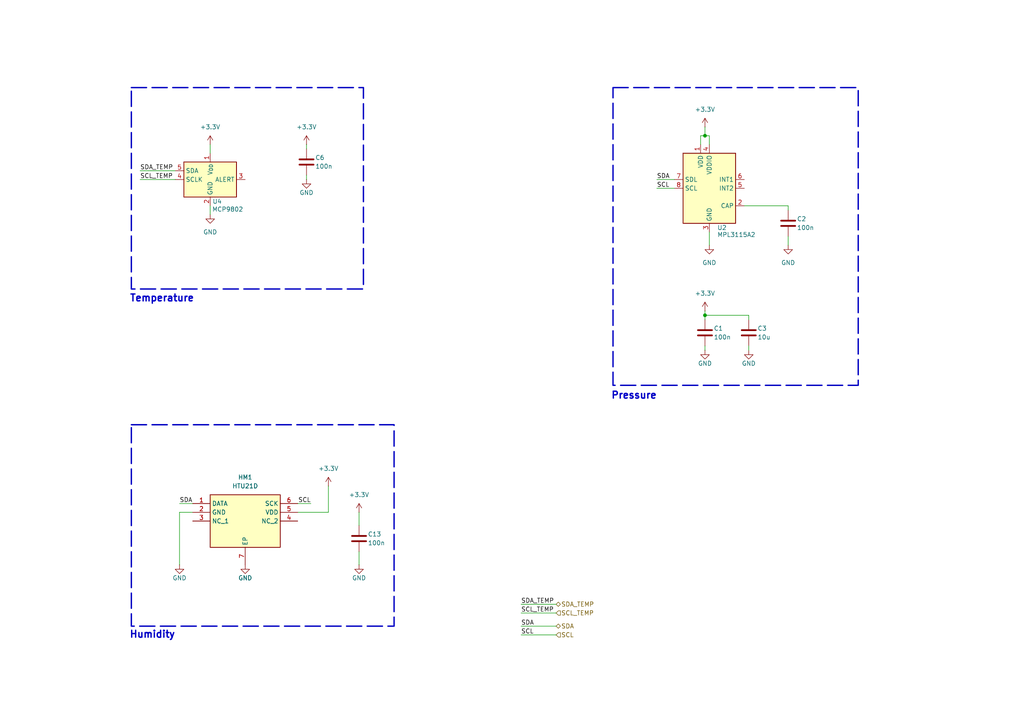
<source format=kicad_sch>
(kicad_sch (version 20231120) (generator "eeschema") (generator_version "8.0")
  (paper "A4")
  (lib_symbols
    (symbol "Device:C" (pin_numbers hide) (pin_names (offset 0.254))
      (property "Reference" "C" (at 0.635 2.54 0))
      (property "Value" "C" (at 0.635 -2.54 0))
      (symbol "C_0_1"
        (polyline (pts (xy -2.032 -0.762) (xy 2.032 -0.762)) (stroke (width 0.508)))
        (polyline (pts (xy -2.032 0.762) (xy 2.032 0.762)) (stroke (width 0.508)))
      )
      (symbol "C_1_1"
        (pin passive line (at 0 3.81 270) (length 2.794) (name "~") (number "1"))
        (pin passive line (at 0 -3.81 90) (length 2.794) (name "~") (number "2"))
      )
    )
    (symbol "Library:HTU21D"
      (property "Reference" "HM" (at 26.67 7.62 0))
      (property "Value" "HTU21D" (at 26.67 5.08 0))
      (symbol "HTU21D_1_1"
        (rectangle (start 5.08 2.54) (end 25.4 -12.7) (stroke (width 0.254)) (fill (type background)))
        (pin passive line (at 0 0 0) (length 5.08) (name "DATA") (number "1"))
        (pin passive line (at 0 -2.54 0) (length 5.08) (name "GND") (number "2"))
        (pin passive line (at 0 -5.08 0) (length 5.08) (name "NC_1") (number "3"))
        (pin passive line (at 30.48 -5.08 180) (length 5.08) (name "NC_2") (number "4"))
        (pin passive line (at 30.48 -2.54 180) (length 5.08) (name "VDD") (number "5"))
        (pin passive line (at 30.48 0 180) (length 5.08) (name "SCK") (number "6"))
        (pin passive line (at 15.24 -17.78 90) (length 5.08) (name "EP") (number "7"))
      )
    )
    (symbol "Sensor_Pressure:MPL3115A2"
      (property "Reference" "U" (at -6.35 11.43 0))
      (property "Value" "MPL3115A2" (at 6.35 11.43 0))
      (symbol "MPL3115A2_0_1"
        (rectangle (start 7.62 10.16) (end -7.62 -10.16) (stroke (width 0.254)) (fill (type background)))
      )
      (symbol "MPL3115A2_1_1"
        (pin power_in line (at -2.54 12.7 270) (length 2.54) (name "VDD") (number "1"))
        (pin passive line (at 10.16 -5.08 180) (length 2.54) (name "CAP") (number "2"))
        (pin power_in line (at 0 -12.7 90) (length 2.54) (name "GND") (number "3"))
        (pin power_in line (at 0 12.7 270) (length 2.54) (name "VDDIO") (number "4"))
        (pin open_collector line (at 10.16 0 180) (length 2.54) (name "INT2") (number "5"))
        (pin open_collector line (at 10.16 2.54 180) (length 2.54) (name "INT1") (number "6"))
        (pin bidirectional line (at -10.16 2.54 0) (length 2.54) (name "SDL") (number "7"))
        (pin input line (at -10.16 0 0) (length 2.54) (name "SCL") (number "8"))
      )
    )
    (symbol "Sensor_Temperature:MCP9802Ax-xOT"
      (property "Reference" "U" (at -6.35 6.35 0))
      (property "Value" "MCP9802Ax-xOT" (at 8.89 6.35 0))
      (symbol "MCP9802Ax-xOT_0_1"
        (rectangle (start -7.62 5.08) (end 7.62 -5.08) (stroke (width 0.254)) (fill (type background)))
      )
      (symbol "MCP9802Ax-xOT_1_1"
        (pin power_in line (at 0 7.62 270) (length 2.54) (name "V_{DD}") (number "1"))
        (pin power_in line (at 0 -7.62 90) (length 2.54) (name "GND") (number "2"))
        (pin output line (at 10.16 0 180) (length 2.54) (name "ALERT") (number "3"))
        (pin input line (at -10.16 0 0) (length 2.54) (name "SCLK") (number "4"))
        (pin bidirectional line (at -10.16 2.54 0) (length 2.54) (name "SDA") (number "5"))
      )
    )
    (symbol "power:+3.3V" (power) (pin_numbers hide) (pin_names (offset 0) hide)
      (property "Value" "+3.3V" (at 0 3.556 0))
      (symbol "+3.3V_0_1"
        (polyline (pts (xy -0.762 1.27) (xy 0 2.54)))
        (polyline (pts (xy 0 0) (xy 0 2.54)))
        (polyline (pts (xy 0 2.54) (xy 0.762 1.27)))
      )
      (symbol "+3.3V_1_1"
        (pin power_in line (at 0 0 90) (length 0) (name "~") (number "1"))
      )
    )
    (symbol "power:GND" (power) (pin_numbers hide) (pin_names (offset 0) hide)
      (property "Value" "GND" (at 0 -3.81 0))
      (symbol "GND_0_1"
        (polyline (pts (xy 0 0) (xy 0 -1.27) (xy 1.27 -1.27) (xy 0 -2.54) (xy -1.27 -1.27) (xy 0 -1.27)))
      )
      (symbol "GND_1_1"
        (pin power_in line (at 0 0 270) (length 0) (name "~") (number "1"))
      )
    )
  )
  (junction (at 204.47 91.44))
  (junction (at 204.47 39.37))
  (wire (pts (xy 205.74 39.37) (xy 204.47 39.37)))
  (wire (pts (xy 95.25 148.59) (xy 95.25 140.97)))
  (wire (pts (xy 228.6 68.58) (xy 228.6 71.12)))
  (wire (pts (xy 86.36 146.05) (xy 90.17 146.05)))
  (wire (pts (xy 190.5 54.61) (xy 195.58 54.61)))
  (wire (pts (xy 55.88 148.59) (xy 52.07 148.59)))
  (wire (pts (xy 52.07 148.59) (xy 52.07 163.83)))
  (wire (pts (xy 204.47 90.17) (xy 204.47 91.44)))
  (wire (pts (xy 88.9 52.07) (xy 88.9 50.8)))
  (wire (pts (xy 205.74 67.31) (xy 205.74 71.12)))
  (wire (pts (xy 204.47 36.83) (xy 204.47 39.37)))
  (wire (pts (xy 204.47 91.44) (xy 217.17 91.44)))
  (wire (pts (xy 60.96 41.91) (xy 60.96 44.45)))
  (wire (pts (xy 215.9 59.69) (xy 228.6 59.69)))
  (wire (pts (xy 217.17 92.71) (xy 217.17 91.44)))
  (wire (pts (xy 151.13 181.61) (xy 161.29 181.61)))
  (wire (pts (xy 190.5 52.07) (xy 195.58 52.07)))
  (wire (pts (xy 203.2 39.37) (xy 203.2 41.91)))
  (wire (pts (xy 52.07 146.05) (xy 55.88 146.05)))
  (wire (pts (xy 40.64 49.53) (xy 50.8 49.53)))
  (wire (pts (xy 40.64 52.07) (xy 50.8 52.07)))
  (wire (pts (xy 217.17 100.33) (xy 217.17 101.6)))
  (wire (pts (xy 88.9 41.91) (xy 88.9 43.18)))
  (wire (pts (xy 151.13 175.26) (xy 161.29 175.26)))
  (wire (pts (xy 228.6 59.69) (xy 228.6 60.96)))
  (wire (pts (xy 205.74 41.91) (xy 205.74 39.37)))
  (wire (pts (xy 151.13 177.8) (xy 161.29 177.8)))
  (wire (pts (xy 204.47 91.44) (xy 204.47 92.71)))
  (wire (pts (xy 204.47 101.6) (xy 204.47 100.33)))
  (wire (pts (xy 104.14 160.02) (xy 104.14 163.83)))
  (wire (pts (xy 86.36 148.59) (xy 95.25 148.59)))
  (wire (pts (xy 204.47 39.37) (xy 203.2 39.37)))
  (wire (pts (xy 60.96 59.69) (xy 60.96 62.23)))
  (wire (pts (xy 104.14 148.59) (xy 104.14 152.4)))
  (wire (pts (xy 151.13 184.15) (xy 161.29 184.15)))
  (rectangle (start 38.1 25.4) (end 105.41 83.82) (stroke (width 0.4) (type dash)))
  (rectangle (start 38.1 123.19) (end 114.3 181.61) (stroke (width 0.4) (type dash)))
  (rectangle (start 177.8 25.4) (end 248.92 111.76) (stroke (width 0.4) (type dash)))
  (text "Pressure" (at 183.896 114.808 0) (effects (font (size 2 2) (bold yes))))
  (text "Humidity" (at 44.196 184.15 0) (effects (font (size 2 2) (bold yes))))
  (text "Temperature" (at 46.99 86.614 0) (effects (font (size 2 2) (bold yes))))
  (label "SCL" (at 151.13 184.15 0))
  (label "SDA_TEMP" (at 40.64 49.53 0))
  (label "SDA_TEMP" (at 151.13 175.26 0))
  (label "SCL_TEMP" (at 151.13 177.8 0))
  (label "SCL_TEMP" (at 40.64 52.07 0))
  (label "SCL" (at 190.5 54.61 0))
  (label "SDA" (at 151.13 181.61 0))
  (label "SDA" (at 190.5 52.07 0))
  (label "SDA" (at 52.07 146.05 0))
  (label "SCL" (at 90.17 146.05 180))
  (hierarchical_label "SDA_TEMP" (shape bidirectional) (at 161.29 175.26 0))
  (hierarchical_label "SDA" (shape bidirectional) (at 161.29 181.61 0))
  (hierarchical_label "SCL_TEMP" (shape input) (at 161.29 177.8 0))
  (hierarchical_label "SCL" (shape input) (at 161.29 184.15 0))
  (symbol (lib_id "power:+3.3V") (at 204.47 36.83 0) (unit 1)
    (property "Reference" "#PWR05" (effects (hide yes)))
    (property "Value" "+3.3V" (at 204.47 31.75 0))
    (property "Description" "Power symbol creates a global label with name \"+3.3V\"" (effects (hide yes)))
  )
  (symbol (lib_id "Device:C") (at 204.47 96.52 0) (unit 1)
    (property "Reference" "C1" (at 207.01 95.25 0) (effects (justify left)))
    (property "Value" "100n" (at 207.01 97.79 0) (effects (justify left)))
    (property "Footprint" "Capacitor_SMD:C_0603_1608Metric_Pad1.08x0.95mm_HandSolder" (effects (hide yes)))
    (property "Description" "Unpolarized capacitor" (effects (hide yes)))
  )
  (symbol (lib_id "Device:C") (at 217.17 96.52 0) (unit 1)
    (property "Reference" "C3" (at 219.71 95.25 0) (effects (justify left)))
    (property "Value" "10u" (at 219.71 97.79 0) (effects (justify left)))
    (property "Footprint" "Capacitor_SMD:C_0603_1608Metric_Pad1.08x0.95mm_HandSolder" (effects (hide yes)))
    (property "Description" "Unpolarized capacitor" (effects (hide yes)))
  )
  (symbol (lib_id "power:+3.3V") (at 204.47 90.17 0) (unit 1)
    (property "Reference" "#PWR036" (effects (hide yes)))
    (property "Value" "+3.3V" (at 204.47 85.09 0))
    (property "Description" "Power symbol creates a global label with name \"+3.3V\"" (effects (hide yes)))
  )
  (symbol (lib_id "power:GND") (at 205.74 71.12 0) (unit 1)
    (property "Reference" "#PWR07" (effects (hide yes)))
    (property "Value" "GND" (at 205.74 76.2 0))
    (property "Description" "Power symbol creates a global label with name \"GND\" , ground" (effects (hide yes)))
  )
  (symbol (lib_id "power:GND") (at 60.96 62.23 0) (unit 1)
    (property "Reference" "#PWR04" (effects (hide yes)))
    (property "Value" "GND" (at 60.96 67.31 0))
    (property "Description" "Power symbol creates a global label with name \"GND\" , ground" (effects (hide yes)))
  )
  (symbol (lib_id "Device:C") (at 104.14 156.21 0) (unit 1)
    (property "Reference" "C13" (at 106.68 154.94 0) (effects (justify left)))
    (property "Value" "100n" (at 106.68 157.48 0) (effects (justify left)))
    (property "Footprint" "Capacitor_SMD:C_0603_1608Metric_Pad1.08x0.95mm_HandSolder" (effects (hide yes)))
    (property "Description" "Unpolarized capacitor" (effects (hide yes)))
  )
  (symbol (lib_id "power:GND") (at 217.17 101.6 0) (unit 1)
    (property "Reference" "#PWR09" (effects (hide yes)))
    (property "Value" "GND" (at 217.17 105.41 0))
    (property "Description" "Power symbol creates a global label with name \"GND\" , ground" (effects (hide yes)))
  )
  (symbol (lib_id "Device:C") (at 88.9 46.99 0) (unit 1)
    (property "Reference" "C6" (at 91.44 45.72 0) (effects (justify left)))
    (property "Value" "100n" (at 91.44 48.26 0) (effects (justify left)))
    (property "Footprint" "Capacitor_SMD:C_0603_1608Metric_Pad1.08x0.95mm_HandSolder" (effects (hide yes)))
    (property "Description" "Unpolarized capacitor" (effects (hide yes)))
  )
  (symbol (lib_id "Library:HTU21D") (at 55.88 146.05 0) (unit 1)
    (property "Reference" "HM1" (at 71.12 138.43 0))
    (property "Value" "HTU21D" (at 71.12 140.97 0))
    (property "Footprint" "Library:SON100P300X300X100-7N-D" (effects (hide yes)))
    (property "Datasheet" "http://www.te.com/commerce/DocumentDelivery/DDEController?Action=showdoc&DocId=Data+Sheet%7FHPC199_6%7FA6%7Fpdf%7FEnglish%7FENG_DS_HPC199_6_A6.pdf%7FCAT-HSC0004" (effects (hide yes)))
    (property "Description" "SENSOR SOLUTIONS - TE CONNECTIVITY - HTU21D - HUMIDITY/TEMP SENSOR, DIGITAL, DFN-6" (effects (hide yes)))
    (property "Height" "1" (effects (hide yes)))
    (property "Mouser Part Number" "824-HTU21D" (effects (hide yes)))
    (property "Mouser Price/Stock" "https://www.mouser.co.uk/ProductDetail/Measurement-Specialties/HTU21D?qs=tx5doIiTu8oixw1WN5Uy8A%3D%3D" (effects (hide yes)))
    (property "Manufacturer_Name" "TE Connectivity" (effects (hide yes)))
    (property "Manufacturer_Part_Number" "HTU21D" (effects (hide yes)))
  )
  (symbol (lib_id "power:GND") (at 228.6 71.12 0) (unit 1)
    (property "Reference" "#PWR06" (effects (hide yes)))
    (property "Value" "GND" (at 228.6 76.2 0))
    (property "Description" "Power symbol creates a global label with name \"GND\" , ground" (effects (hide yes)))
  )
  (symbol (lib_id "power:GND") (at 71.12 163.83 0) (unit 1)
    (property "Reference" "#PWR041" (effects (hide yes)))
    (property "Value" "GND" (at 71.12 167.64 0))
    (property "Description" "Power symbol creates a global label with name \"GND\" , ground" (effects (hide yes)))
  )
  (symbol (lib_id "Device:C") (at 228.6 64.77 0) (unit 1)
    (property "Reference" "C2" (at 231.14 63.5 0) (effects (justify left)))
    (property "Value" "100n" (at 231.14 66.04 0) (effects (justify left)))
    (property "Footprint" "Capacitor_SMD:C_0603_1608Metric_Pad1.08x0.95mm_HandSolder" (effects (hide yes)))
    (property "Description" "Unpolarized capacitor" (effects (hide yes)))
  )
  (symbol (lib_id "power:GND") (at 88.9 52.07 0) (unit 1)
    (property "Reference" "#PWR038" (effects (hide yes)))
    (property "Value" "GND" (at 88.9 55.88 0))
    (property "Description" "Power symbol creates a global label with name \"GND\" , ground" (effects (hide yes)))
  )
  (symbol (lib_id "power:+3.3V") (at 95.25 140.97 0) (unit 1)
    (property "Reference" "#PWR060" (effects (hide yes)))
    (property "Value" "+3.3V" (at 95.25 135.89 0))
    (property "Description" "Power symbol creates a global label with name \"+3.3V\"" (effects (hide yes)))
  )
  (symbol (lib_id "power:+3.3V") (at 60.96 41.91 0) (unit 1)
    (property "Reference" "#PWR03" (effects (hide yes)))
    (property "Value" "+3.3V" (at 60.96 36.83 0))
    (property "Description" "Power symbol creates a global label with name \"+3.3V\"" (effects (hide yes)))
  )
  (symbol (lib_id "Sensor_Temperature:MCP9802Ax-xOT") (at 60.96 52.07 0) (unit 1)
    (property "Reference" "U4" (at 62.992 58.42 0))
    (property "Value" "MCP9802" (at 66.04 60.706 0))
    (property "Footprint" "Package_TO_SOT_SMD:SOT-23-5" (effects (hide yes)))
    (property "Datasheet" "https://ww1.microchip.com/downloads/aemDocuments/documents/OTH/ProductDocuments/DataSheets/21909d.pdf" (effects (hide yes)))
    (property "Description" "2-Wire High-Accuracy Temperature Sensor, Serial Bus time-out 35 ms, SOT-23-5" (effects (hide yes)))
  )
  (symbol (lib_id "power:GND") (at 104.14 163.83 0) (unit 1)
    (property "Reference" "#PWR042" (effects (hide yes)))
    (property "Value" "GND" (at 104.14 167.64 0))
    (property "Description" "Power symbol creates a global label with name \"GND\" , ground" (effects (hide yes)))
  )
  (symbol (lib_id "power:+3.3V") (at 88.9 41.91 0) (unit 1)
    (property "Reference" "#PWR037" (effects (hide yes)))
    (property "Value" "+3.3V" (at 88.9 36.83 0))
    (property "Description" "Power symbol creates a global label with name \"+3.3V\"" (effects (hide yes)))
  )
  (symbol (lib_id "power:GND") (at 204.47 101.6 0) (unit 1)
    (property "Reference" "#PWR08" (effects (hide yes)))
    (property "Value" "GND" (at 204.47 105.41 0))
    (property "Description" "Power symbol creates a global label with name \"GND\" , ground" (effects (hide yes)))
  )
  (symbol (lib_id "Sensor_Pressure:MPL3115A2") (at 205.74 54.61 0) (unit 1)
    (property "Reference" "U2" (at 208.026 66.04 0) (effects (justify left)))
    (property "Value" "MPL3115A2" (at 208.026 68.072 0) (effects (justify left)))
    (property "Footprint" "Package_LGA:NXP_LGA-8_3x5mm_P1.25mm_H1.1mm" (effects (hide yes)))
    (property "Datasheet" "https://www.nxp.com/docs/en/data-sheet/MPL3115A2.pdf" (effects (hide yes)))
    (property "Description" "I2C precision pressure sensor with altimetry, LGA-8" (effects (hide yes)))
  )
  (symbol (lib_id "power:+3.3V") (at 104.14 148.59 0) (unit 1)
    (property "Reference" "#PWR040" (effects (hide yes)))
    (property "Value" "+3.3V" (at 104.14 143.51 0))
    (property "Description" "Power symbol creates a global label with name \"+3.3V\"" (effects (hide yes)))
  )
  (symbol (lib_id "power:GND") (at 52.07 163.83 0) (unit 1)
    (property "Reference" "#PWR061" (effects (hide yes)))
    (property "Value" "GND" (at 52.07 167.64 0))
    (property "Description" "Power symbol creates a global label with name \"GND\" , ground" (effects (hide yes)))
  )
)
</source>
